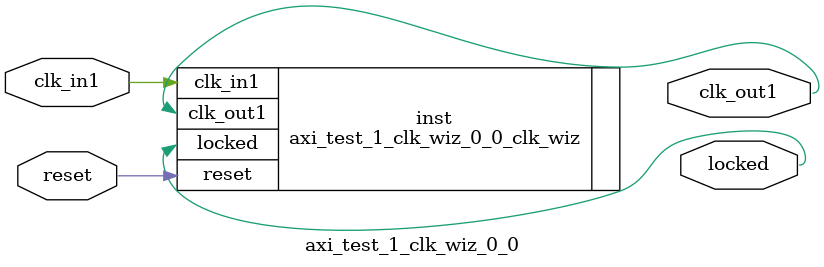
<source format=v>


`timescale 1ps/1ps

(* CORE_GENERATION_INFO = "axi_test_1_clk_wiz_0_0,clk_wiz_v6_0_4_0_0,{component_name=axi_test_1_clk_wiz_0_0,use_phase_alignment=true,use_min_o_jitter=false,use_max_i_jitter=false,use_dyn_phase_shift=false,use_inclk_switchover=false,use_dyn_reconfig=false,enable_axi=0,feedback_source=FDBK_AUTO,PRIMITIVE=MMCM,num_out_clk=1,clkin1_period=10.000,clkin2_period=10.000,use_power_down=false,use_reset=true,use_locked=true,use_inclk_stopped=false,feedback_type=SINGLE,CLOCK_MGR_TYPE=NA,manual_override=false}" *)

module axi_test_1_clk_wiz_0_0 
 (
  // Clock out ports
  output        clk_out1,
  // Status and control signals
  input         reset,
  output        locked,
 // Clock in ports
  input         clk_in1
 );

  axi_test_1_clk_wiz_0_0_clk_wiz inst
  (
  // Clock out ports  
  .clk_out1(clk_out1),
  // Status and control signals               
  .reset(reset), 
  .locked(locked),
 // Clock in ports
  .clk_in1(clk_in1)
  );

endmodule

</source>
